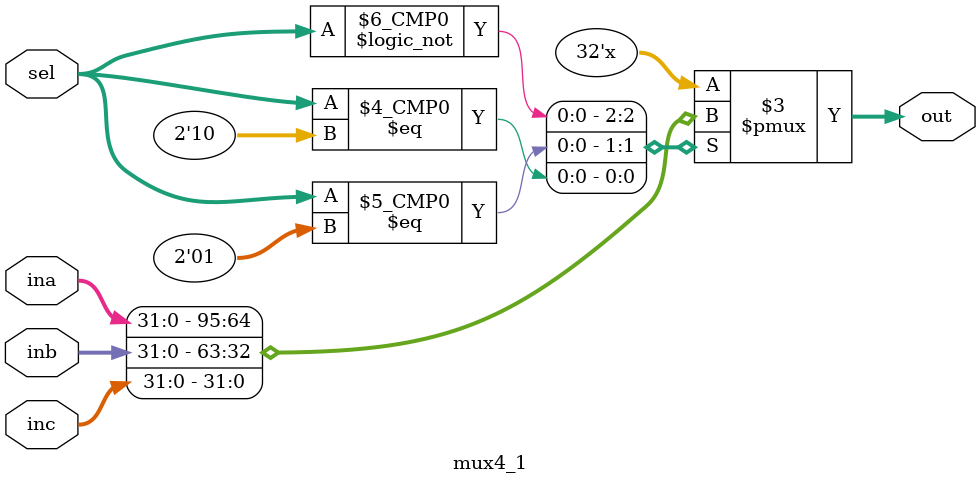
<source format=v>
`timescale 1ns / 1ps


module mux4_1(input[31:0] ina, input[31:0] inb, input[31:0] inc,
            input[1:0] sel,
            output reg [31:0] out

    );
    always@(ina, inb, inc, sel)
    begin
        case(sel)
            2'b00: out = ina;
            2'b01: out = inb;
            2'b10: out = inc;
        endcase
    end
endmodule

</source>
